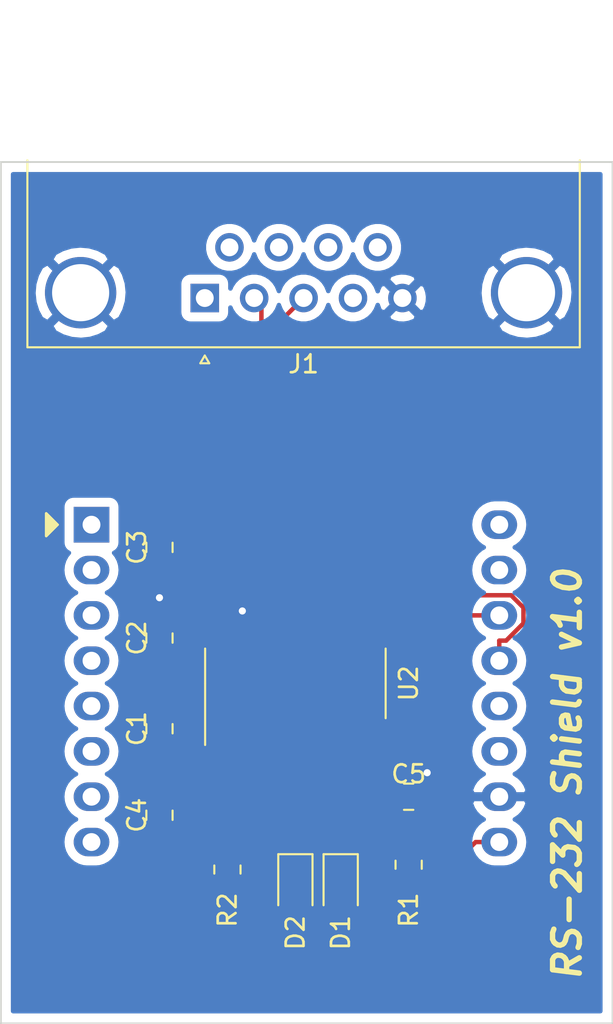
<source format=kicad_pcb>
(kicad_pcb (version 20171130) (host pcbnew "(5.1.9)-1")

  (general
    (thickness 1.6)
    (drawings 5)
    (tracks 75)
    (zones 0)
    (modules 12)
    (nets 37)
  )

  (page A4)
  (layers
    (0 F.Cu signal)
    (31 B.Cu signal)
    (32 B.Adhes user)
    (33 F.Adhes user)
    (34 B.Paste user)
    (35 F.Paste user)
    (36 B.SilkS user)
    (37 F.SilkS user)
    (38 B.Mask user)
    (39 F.Mask user)
    (40 Dwgs.User user)
    (41 Cmts.User user)
    (42 Eco1.User user)
    (43 Eco2.User user)
    (44 Edge.Cuts user)
    (45 Margin user)
    (46 B.CrtYd user)
    (47 F.CrtYd user)
    (48 B.Fab user)
    (49 F.Fab user)
  )

  (setup
    (last_trace_width 0.25)
    (trace_clearance 0.2)
    (zone_clearance 0.508)
    (zone_45_only no)
    (trace_min 0.2)
    (via_size 0.8)
    (via_drill 0.4)
    (via_min_size 0.4)
    (via_min_drill 0.3)
    (uvia_size 0.3)
    (uvia_drill 0.1)
    (uvias_allowed no)
    (uvia_min_size 0.2)
    (uvia_min_drill 0.1)
    (edge_width 0.05)
    (segment_width 0.2)
    (pcb_text_width 0.3)
    (pcb_text_size 1.5 1.5)
    (mod_edge_width 0.12)
    (mod_text_size 1 1)
    (mod_text_width 0.15)
    (pad_size 1.524 1.524)
    (pad_drill 0.762)
    (pad_to_mask_clearance 0)
    (aux_axis_origin 0 0)
    (visible_elements 7FFFFFFF)
    (pcbplotparams
      (layerselection 0x010fc_ffffffff)
      (usegerberextensions false)
      (usegerberattributes true)
      (usegerberadvancedattributes true)
      (creategerberjobfile true)
      (excludeedgelayer true)
      (linewidth 0.100000)
      (plotframeref false)
      (viasonmask false)
      (mode 1)
      (useauxorigin false)
      (hpglpennumber 1)
      (hpglpenspeed 20)
      (hpglpendiameter 15.000000)
      (psnegative false)
      (psa4output false)
      (plotreference true)
      (plotvalue true)
      (plotinvisibletext false)
      (padsonsilk false)
      (subtractmaskfromsilk false)
      (outputformat 1)
      (mirror false)
      (drillshape 1)
      (scaleselection 1)
      (outputdirectory ""))
  )

  (net 0 "")
  (net 1 "Net-(C1-Pad2)")
  (net 2 "Net-(C1-Pad1)")
  (net 3 VCC)
  (net 4 GND)
  (net 5 "Net-(C3-Pad2)")
  (net 6 "Net-(C4-Pad2)")
  (net 7 "Net-(C4-Pad1)")
  (net 8 "Net-(C5-Pad2)")
  (net 9 "Net-(D1-Pad2)")
  (net 10 /TX)
  (net 11 "Net-(D2-Pad2)")
  (net 12 /RX)
  (net 13 "Net-(J1-Pad9)")
  (net 14 "Net-(J1-Pad8)")
  (net 15 "Net-(J1-Pad7)")
  (net 16 "Net-(J1-Pad6)")
  (net 17 "Net-(J1-Pad4)")
  (net 18 /RxD)
  (net 19 /TxD)
  (net 20 "Net-(J1-Pad1)")
  (net 21 "Net-(U1-Pad16)")
  (net 22 "Net-(U1-Pad15)")
  (net 23 "Net-(U1-Pad12)")
  (net 24 "Net-(U1-Pad11)")
  (net 25 "Net-(U1-Pad8)")
  (net 26 "Net-(U1-Pad7)")
  (net 27 "Net-(U1-Pad6)")
  (net 28 "Net-(U1-Pad5)")
  (net 29 "Net-(U1-Pad4)")
  (net 30 "Net-(U1-Pad3)")
  (net 31 "Net-(U1-Pad1)")
  (net 32 "Net-(U1-Pad2)")
  (net 33 "Net-(U2-Pad10)")
  (net 34 "Net-(U2-Pad9)")
  (net 35 "Net-(U2-Pad8)")
  (net 36 "Net-(U2-Pad7)")

  (net_class Default "This is the default net class."
    (clearance 0.2)
    (trace_width 0.25)
    (via_dia 0.8)
    (via_drill 0.4)
    (uvia_dia 0.3)
    (uvia_drill 0.1)
    (add_net /RX)
    (add_net /RxD)
    (add_net /TX)
    (add_net /TxD)
    (add_net GND)
    (add_net "Net-(C1-Pad1)")
    (add_net "Net-(C1-Pad2)")
    (add_net "Net-(C3-Pad2)")
    (add_net "Net-(C4-Pad1)")
    (add_net "Net-(C4-Pad2)")
    (add_net "Net-(C5-Pad2)")
    (add_net "Net-(D1-Pad2)")
    (add_net "Net-(D2-Pad2)")
    (add_net "Net-(J1-Pad1)")
    (add_net "Net-(J1-Pad4)")
    (add_net "Net-(J1-Pad6)")
    (add_net "Net-(J1-Pad7)")
    (add_net "Net-(J1-Pad8)")
    (add_net "Net-(J1-Pad9)")
    (add_net "Net-(U1-Pad1)")
    (add_net "Net-(U1-Pad11)")
    (add_net "Net-(U1-Pad12)")
    (add_net "Net-(U1-Pad15)")
    (add_net "Net-(U1-Pad16)")
    (add_net "Net-(U1-Pad2)")
    (add_net "Net-(U1-Pad3)")
    (add_net "Net-(U1-Pad4)")
    (add_net "Net-(U1-Pad5)")
    (add_net "Net-(U1-Pad6)")
    (add_net "Net-(U1-Pad7)")
    (add_net "Net-(U1-Pad8)")
    (add_net "Net-(U2-Pad10)")
    (add_net "Net-(U2-Pad7)")
    (add_net "Net-(U2-Pad8)")
    (add_net "Net-(U2-Pad9)")
    (add_net VCC)
  )

  (module RS232-shield:WEMOS_D1_mini_light (layer F.Cu) (tedit 60E46104) (tstamp 60CFA1E3)
    (at 151.13 77.47)
    (descr "16-pin module, column spacing 22.86 mm (900 mils), https://wiki.wemos.cc/products:d1:d1_mini, https://c1.staticflickr.com/1/734/31400410271_f278b087db_z.jpg")
    (tags "ESP8266 WiFi microcontroller")
    (path /60CF9E07)
    (attr virtual)
    (fp_text reference U1 (at 22 27) (layer F.SilkS) hide
      (effects (font (size 1 1) (thickness 0.15)))
    )
    (fp_text value WeMos_D1_mini (at 11.7 0) (layer F.Fab)
      (effects (font (size 1 1) (thickness 0.15)))
    )
    (fp_line (start -0.37 0) (end -1.37 -1) (layer F.Fab) (width 0.1))
    (fp_line (start -1.37 1) (end -0.37 0) (layer F.Fab) (width 0.1))
    (fp_line (start -1.37 -6.21) (end -1.37 -1) (layer F.Fab) (width 0.1))
    (fp_line (start 1.17 19.09) (end 1.17 25.99) (layer F.Fab) (width 0.1))
    (fp_line (start -1.37 19.09) (end 1.17 19.09) (layer F.Fab) (width 0.1))
    (fp_line (start -1.35 -8.2) (end -1.35 -1.4) (layer Dwgs.User) (width 0.1))
    (fp_line (start 24.25 -8.2) (end -1.35 -8.2) (layer Dwgs.User) (width 0.1))
    (fp_line (start 24.25 -1.4) (end 24.25 -8.2) (layer Dwgs.User) (width 0.1))
    (fp_poly (pts (xy -2.54 -0.635) (xy -2.54 0.635) (xy -1.905 0)) (layer F.SilkS) (width 0.15))
    (fp_line (start -1.62 26.24) (end -1.62 -8.46) (layer F.CrtYd) (width 0.05))
    (fp_line (start 24.48 26.24) (end -1.62 26.24) (layer F.CrtYd) (width 0.05))
    (fp_line (start 24.48 -8.41) (end 24.48 26.24) (layer F.CrtYd) (width 0.05))
    (fp_line (start -1.62 -8.46) (end 24.48 -8.46) (layer F.CrtYd) (width 0.05))
    (fp_line (start -1.37 1) (end -1.37 19.09) (layer F.Fab) (width 0.1))
    (fp_line (start 22.23 -8.21) (end 0.63 -8.21) (layer F.Fab) (width 0.1))
    (fp_line (start 24.23 25.99) (end 24.23 -6.21) (layer F.Fab) (width 0.1))
    (fp_line (start 1.17 25.99) (end 24.23 25.99) (layer F.Fab) (width 0.1))
    (fp_arc (start 22.23 -6.21) (end 24.23 -6.19) (angle -90) (layer F.Fab) (width 0.1))
    (fp_arc (start 0.63 -6.21) (end 0.63 -8.21) (angle -90) (layer F.Fab) (width 0.1))
    (fp_text user %R (at 11.43 10) (layer F.Fab)
      (effects (font (size 1 1) (thickness 0.15)))
    )
    (pad 16 thru_hole oval (at 22.86 0) (size 2 1.6) (drill 1) (layers *.Cu *.Mask)
      (net 21 "Net-(U1-Pad16)"))
    (pad 15 thru_hole oval (at 22.86 2.54) (size 2 1.6) (drill 1) (layers *.Cu *.Mask)
      (net 22 "Net-(U1-Pad15)"))
    (pad 14 thru_hole oval (at 22.86 5.08) (size 2 1.6) (drill 1) (layers *.Cu *.Mask)
      (net 10 /TX))
    (pad 13 thru_hole oval (at 22.86 7.62) (size 2 1.6) (drill 1) (layers *.Cu *.Mask)
      (net 12 /RX))
    (pad 12 thru_hole oval (at 22.86 10.16) (size 2 1.6) (drill 1) (layers *.Cu *.Mask)
      (net 23 "Net-(U1-Pad12)"))
    (pad 11 thru_hole oval (at 22.86 12.7) (size 2 1.6) (drill 1) (layers *.Cu *.Mask)
      (net 24 "Net-(U1-Pad11)"))
    (pad 10 thru_hole oval (at 22.86 15.24) (size 2 1.6) (drill 1) (layers *.Cu *.Mask)
      (net 4 GND))
    (pad 9 thru_hole oval (at 22.86 17.78) (size 2 1.6) (drill 1) (layers *.Cu *.Mask)
      (net 3 VCC))
    (pad 8 thru_hole oval (at 0 17.78) (size 2 1.6) (drill 1) (layers *.Cu *.Mask)
      (net 25 "Net-(U1-Pad8)"))
    (pad 7 thru_hole oval (at 0 15.24) (size 2 1.6) (drill 1) (layers *.Cu *.Mask)
      (net 26 "Net-(U1-Pad7)"))
    (pad 6 thru_hole oval (at 0 12.7) (size 2 1.6) (drill 1) (layers *.Cu *.Mask)
      (net 27 "Net-(U1-Pad6)"))
    (pad 5 thru_hole oval (at 0 10.16) (size 2 1.6) (drill 1) (layers *.Cu *.Mask)
      (net 28 "Net-(U1-Pad5)"))
    (pad 4 thru_hole oval (at 0 7.62) (size 2 1.6) (drill 1) (layers *.Cu *.Mask)
      (net 29 "Net-(U1-Pad4)"))
    (pad 3 thru_hole oval (at 0 5.08) (size 2 1.6) (drill 1) (layers *.Cu *.Mask)
      (net 30 "Net-(U1-Pad3)"))
    (pad 1 thru_hole rect (at 0 0) (size 2 2) (drill 1) (layers *.Cu *.Mask)
      (net 31 "Net-(U1-Pad1)"))
    (pad 2 thru_hole oval (at 0 2.54) (size 2 1.6) (drill 1) (layers *.Cu *.Mask)
      (net 32 "Net-(U1-Pad2)"))
    (model ${KISYS3DMOD}/Module.3dshapes/WEMOS_D1_mini_light.wrl
      (at (xyz 0 0 0))
      (scale (xyz 1 1 1))
      (rotate (xyz 0 0 0))
    )
    (model ${KISYS3DMOD}/Connector_PinHeader_2.54mm.3dshapes/PinHeader_1x08_P2.54mm_Vertical.wrl
      (offset (xyz 0 0 9.5))
      (scale (xyz 1 1 1))
      (rotate (xyz 0 -180 0))
    )
    (model ${KISYS3DMOD}/Connector_PinHeader_2.54mm.3dshapes/PinHeader_1x08_P2.54mm_Vertical.wrl
      (offset (xyz 22.86 0 9.5))
      (scale (xyz 1 1 1))
      (rotate (xyz 0 -180 0))
    )
    (model ${KISYS3DMOD}/Connector_PinSocket_2.54mm.3dshapes/PinSocket_1x08_P2.54mm_Vertical.wrl
      (at (xyz 0 0 0))
      (scale (xyz 1 1 1))
      (rotate (xyz 0 0 0))
    )
    (model ${KISYS3DMOD}/Connector_PinSocket_2.54mm.3dshapes/PinSocket_1x08_P2.54mm_Vertical.wrl
      (offset (xyz 22.86 0 0))
      (scale (xyz 1 1 1))
      (rotate (xyz 0 0 0))
    )
  )

  (module Package_SO:SOIC-16_3.9x9.9mm_P1.27mm (layer F.Cu) (tedit 5D9F72B1) (tstamp 60CE546C)
    (at 162.56 86.36 90)
    (descr "SOIC, 16 Pin (JEDEC MS-012AC, https://www.analog.com/media/en/package-pcb-resources/package/pkg_pdf/soic_narrow-r/r_16.pdf), generated with kicad-footprint-generator ipc_gullwing_generator.py")
    (tags "SOIC SO")
    (path /60CEEE44)
    (attr smd)
    (fp_text reference U2 (at 0 6.35 90) (layer F.SilkS)
      (effects (font (size 1 1) (thickness 0.15)))
    )
    (fp_text value MAX3232 (at 0 6.35 90) (layer F.Fab)
      (effects (font (size 1 1) (thickness 0.15)))
    )
    (fp_line (start 0 5.06) (end 1.95 5.06) (layer F.SilkS) (width 0.12))
    (fp_line (start 0 5.06) (end -1.95 5.06) (layer F.SilkS) (width 0.12))
    (fp_line (start 0 -5.06) (end 1.95 -5.06) (layer F.SilkS) (width 0.12))
    (fp_line (start 0 -5.06) (end -3.45 -5.06) (layer F.SilkS) (width 0.12))
    (fp_line (start -0.975 -4.95) (end 1.95 -4.95) (layer F.Fab) (width 0.1))
    (fp_line (start 1.95 -4.95) (end 1.95 4.95) (layer F.Fab) (width 0.1))
    (fp_line (start 1.95 4.95) (end -1.95 4.95) (layer F.Fab) (width 0.1))
    (fp_line (start -1.95 4.95) (end -1.95 -3.975) (layer F.Fab) (width 0.1))
    (fp_line (start -1.95 -3.975) (end -0.975 -4.95) (layer F.Fab) (width 0.1))
    (fp_line (start -3.7 -5.2) (end -3.7 5.2) (layer F.CrtYd) (width 0.05))
    (fp_line (start -3.7 5.2) (end 3.7 5.2) (layer F.CrtYd) (width 0.05))
    (fp_line (start 3.7 5.2) (end 3.7 -5.2) (layer F.CrtYd) (width 0.05))
    (fp_line (start 3.7 -5.2) (end -3.7 -5.2) (layer F.CrtYd) (width 0.05))
    (fp_text user %R (at 0 0 90) (layer F.Fab)
      (effects (font (size 0.98 0.98) (thickness 0.15)))
    )
    (pad 16 smd roundrect (at 2.475 -4.445 90) (size 1.95 0.6) (layers F.Cu F.Paste F.Mask) (roundrect_rratio 0.25)
      (net 3 VCC))
    (pad 15 smd roundrect (at 2.475 -3.175 90) (size 1.95 0.6) (layers F.Cu F.Paste F.Mask) (roundrect_rratio 0.25)
      (net 4 GND))
    (pad 14 smd roundrect (at 2.475 -1.905 90) (size 1.95 0.6) (layers F.Cu F.Paste F.Mask) (roundrect_rratio 0.25)
      (net 19 /TxD))
    (pad 13 smd roundrect (at 2.475 -0.635 90) (size 1.95 0.6) (layers F.Cu F.Paste F.Mask) (roundrect_rratio 0.25)
      (net 18 /RxD))
    (pad 12 smd roundrect (at 2.475 0.635 90) (size 1.95 0.6) (layers F.Cu F.Paste F.Mask) (roundrect_rratio 0.25)
      (net 12 /RX))
    (pad 11 smd roundrect (at 2.475 1.905 90) (size 1.95 0.6) (layers F.Cu F.Paste F.Mask) (roundrect_rratio 0.25)
      (net 10 /TX))
    (pad 10 smd roundrect (at 2.475 3.175 90) (size 1.95 0.6) (layers F.Cu F.Paste F.Mask) (roundrect_rratio 0.25)
      (net 33 "Net-(U2-Pad10)"))
    (pad 9 smd roundrect (at 2.475 4.445 90) (size 1.95 0.6) (layers F.Cu F.Paste F.Mask) (roundrect_rratio 0.25)
      (net 34 "Net-(U2-Pad9)"))
    (pad 8 smd roundrect (at -2.475 4.445 90) (size 1.95 0.6) (layers F.Cu F.Paste F.Mask) (roundrect_rratio 0.25)
      (net 35 "Net-(U2-Pad8)"))
    (pad 7 smd roundrect (at -2.475 3.175 90) (size 1.95 0.6) (layers F.Cu F.Paste F.Mask) (roundrect_rratio 0.25)
      (net 36 "Net-(U2-Pad7)"))
    (pad 6 smd roundrect (at -2.475 1.905 90) (size 1.95 0.6) (layers F.Cu F.Paste F.Mask) (roundrect_rratio 0.25)
      (net 8 "Net-(C5-Pad2)"))
    (pad 5 smd roundrect (at -2.475 0.635 90) (size 1.95 0.6) (layers F.Cu F.Paste F.Mask) (roundrect_rratio 0.25)
      (net 6 "Net-(C4-Pad2)"))
    (pad 4 smd roundrect (at -2.475 -0.635 90) (size 1.95 0.6) (layers F.Cu F.Paste F.Mask) (roundrect_rratio 0.25)
      (net 7 "Net-(C4-Pad1)"))
    (pad 3 smd roundrect (at -2.475 -1.905 90) (size 1.95 0.6) (layers F.Cu F.Paste F.Mask) (roundrect_rratio 0.25)
      (net 2 "Net-(C1-Pad1)"))
    (pad 2 smd roundrect (at -2.475 -3.175 90) (size 1.95 0.6) (layers F.Cu F.Paste F.Mask) (roundrect_rratio 0.25)
      (net 5 "Net-(C3-Pad2)"))
    (pad 1 smd roundrect (at -2.475 -4.445 90) (size 1.95 0.6) (layers F.Cu F.Paste F.Mask) (roundrect_rratio 0.25)
      (net 1 "Net-(C1-Pad2)"))
    (model ${KISYS3DMOD}/Package_SO.3dshapes/SOIC-16_3.9x9.9mm_P1.27mm.wrl
      (at (xyz 0 0 0))
      (scale (xyz 1 1 1))
      (rotate (xyz 0 0 0))
    )
  )

  (module Resistor_SMD:R_0805_2012Metric_Pad1.20x1.40mm_HandSolder (layer F.Cu) (tedit 5F68FEEE) (tstamp 60CE5407)
    (at 158.75 96.79 90)
    (descr "Resistor SMD 0805 (2012 Metric), square (rectangular) end terminal, IPC_7351 nominal with elongated pad for handsoldering. (Body size source: IPC-SM-782 page 72, https://www.pcb-3d.com/wordpress/wp-content/uploads/ipc-sm-782a_amendment_1_and_2.pdf), generated with kicad-footprint-generator")
    (tags "resistor handsolder")
    (path /60CF3189)
    (attr smd)
    (fp_text reference R2 (at -2.27 0 90) (layer F.SilkS)
      (effects (font (size 1 1) (thickness 0.15)))
    )
    (fp_text value 1k (at 0 1.65 90) (layer F.Fab)
      (effects (font (size 1 1) (thickness 0.15)))
    )
    (fp_line (start -1 0.625) (end -1 -0.625) (layer F.Fab) (width 0.1))
    (fp_line (start -1 -0.625) (end 1 -0.625) (layer F.Fab) (width 0.1))
    (fp_line (start 1 -0.625) (end 1 0.625) (layer F.Fab) (width 0.1))
    (fp_line (start 1 0.625) (end -1 0.625) (layer F.Fab) (width 0.1))
    (fp_line (start -0.227064 -0.735) (end 0.227064 -0.735) (layer F.SilkS) (width 0.12))
    (fp_line (start -0.227064 0.735) (end 0.227064 0.735) (layer F.SilkS) (width 0.12))
    (fp_line (start -1.85 0.95) (end -1.85 -0.95) (layer F.CrtYd) (width 0.05))
    (fp_line (start -1.85 -0.95) (end 1.85 -0.95) (layer F.CrtYd) (width 0.05))
    (fp_line (start 1.85 -0.95) (end 1.85 0.95) (layer F.CrtYd) (width 0.05))
    (fp_line (start 1.85 0.95) (end -1.85 0.95) (layer F.CrtYd) (width 0.05))
    (fp_text user %R (at 0 0 90) (layer F.Fab)
      (effects (font (size 0.5 0.5) (thickness 0.08)))
    )
    (pad 2 smd roundrect (at 1 0 90) (size 1.2 1.4) (layers F.Cu F.Paste F.Mask) (roundrect_rratio 0.208333)
      (net 3 VCC))
    (pad 1 smd roundrect (at -1 0 90) (size 1.2 1.4) (layers F.Cu F.Paste F.Mask) (roundrect_rratio 0.208333)
      (net 11 "Net-(D2-Pad2)"))
    (model ${KISYS3DMOD}/Resistor_SMD.3dshapes/R_0805_2012Metric.wrl
      (at (xyz 0 0 0))
      (scale (xyz 1 1 1))
      (rotate (xyz 0 0 0))
    )
  )

  (module Resistor_SMD:R_0805_2012Metric_Pad1.20x1.40mm_HandSolder (layer F.Cu) (tedit 5F68FEEE) (tstamp 60CE63F1)
    (at 168.91 96.52 90)
    (descr "Resistor SMD 0805 (2012 Metric), square (rectangular) end terminal, IPC_7351 nominal with elongated pad for handsoldering. (Body size source: IPC-SM-782 page 72, https://www.pcb-3d.com/wordpress/wp-content/uploads/ipc-sm-782a_amendment_1_and_2.pdf), generated with kicad-footprint-generator")
    (tags "resistor handsolder")
    (path /60CFDDA9)
    (attr smd)
    (fp_text reference R1 (at -2.54 0 90) (layer F.SilkS)
      (effects (font (size 1 1) (thickness 0.15)))
    )
    (fp_text value 1k (at 0 1.65 90) (layer F.Fab)
      (effects (font (size 1 1) (thickness 0.15)))
    )
    (fp_line (start -1 0.625) (end -1 -0.625) (layer F.Fab) (width 0.1))
    (fp_line (start -1 -0.625) (end 1 -0.625) (layer F.Fab) (width 0.1))
    (fp_line (start 1 -0.625) (end 1 0.625) (layer F.Fab) (width 0.1))
    (fp_line (start 1 0.625) (end -1 0.625) (layer F.Fab) (width 0.1))
    (fp_line (start -0.227064 -0.735) (end 0.227064 -0.735) (layer F.SilkS) (width 0.12))
    (fp_line (start -0.227064 0.735) (end 0.227064 0.735) (layer F.SilkS) (width 0.12))
    (fp_line (start -1.85 0.95) (end -1.85 -0.95) (layer F.CrtYd) (width 0.05))
    (fp_line (start -1.85 -0.95) (end 1.85 -0.95) (layer F.CrtYd) (width 0.05))
    (fp_line (start 1.85 -0.95) (end 1.85 0.95) (layer F.CrtYd) (width 0.05))
    (fp_line (start 1.85 0.95) (end -1.85 0.95) (layer F.CrtYd) (width 0.05))
    (fp_text user %R (at 0 0 90) (layer F.Fab)
      (effects (font (size 0.5 0.5) (thickness 0.08)))
    )
    (pad 2 smd roundrect (at 1 0 90) (size 1.2 1.4) (layers F.Cu F.Paste F.Mask) (roundrect_rratio 0.208333)
      (net 3 VCC))
    (pad 1 smd roundrect (at -1 0 90) (size 1.2 1.4) (layers F.Cu F.Paste F.Mask) (roundrect_rratio 0.208333)
      (net 9 "Net-(D1-Pad2)"))
    (model ${KISYS3DMOD}/Resistor_SMD.3dshapes/R_0805_2012Metric.wrl
      (at (xyz 0 0 0))
      (scale (xyz 1 1 1))
      (rotate (xyz 0 0 0))
    )
  )

  (module Connector_Dsub:DSUB-9_Female_Horizontal_P2.77x2.84mm_EdgePinOffset4.94mm_Housed_MountingHolesOffset7.48mm (layer F.Cu) (tedit 59FEDEE2) (tstamp 60CE53E5)
    (at 157.48 64.77 180)
    (descr "9-pin D-Sub connector, horizontal/angled (90 deg), THT-mount, female, pitch 2.77x2.84mm, pin-PCB-offset 4.9399999999999995mm, distance of mounting holes 25mm, distance of mounting holes to PCB edge 7.4799999999999995mm, see https://disti-assets.s3.amazonaws.com/tonar/files/datasheets/16730.pdf")
    (tags "9-pin D-Sub connector horizontal angled 90deg THT female pitch 2.77x2.84mm pin-PCB-offset 4.9399999999999995mm mounting-holes-distance 25mm mounting-hole-offset 25mm")
    (path /60CF7E2E)
    (fp_text reference J1 (at -5.54 -3.7) (layer F.SilkS)
      (effects (font (size 1 1) (thickness 0.15)))
    )
    (fp_text value DB9_Female_MountingHoles (at -5.54 15.85) (layer F.Fab)
      (effects (font (size 1 1) (thickness 0.15)))
    )
    (fp_line (start -20.965 -2.7) (end -20.965 7.78) (layer F.Fab) (width 0.1))
    (fp_line (start -20.965 7.78) (end 9.885 7.78) (layer F.Fab) (width 0.1))
    (fp_line (start 9.885 7.78) (end 9.885 -2.7) (layer F.Fab) (width 0.1))
    (fp_line (start 9.885 -2.7) (end -20.965 -2.7) (layer F.Fab) (width 0.1))
    (fp_line (start -20.965 7.78) (end -20.965 8.18) (layer F.Fab) (width 0.1))
    (fp_line (start -20.965 8.18) (end 9.885 8.18) (layer F.Fab) (width 0.1))
    (fp_line (start 9.885 8.18) (end 9.885 7.78) (layer F.Fab) (width 0.1))
    (fp_line (start 9.885 7.78) (end -20.965 7.78) (layer F.Fab) (width 0.1))
    (fp_line (start -13.69 8.18) (end -13.69 14.35) (layer F.Fab) (width 0.1))
    (fp_line (start -13.69 14.35) (end 2.61 14.35) (layer F.Fab) (width 0.1))
    (fp_line (start 2.61 14.35) (end 2.61 8.18) (layer F.Fab) (width 0.1))
    (fp_line (start 2.61 8.18) (end -13.69 8.18) (layer F.Fab) (width 0.1))
    (fp_line (start -20.54 8.18) (end -20.54 13.18) (layer F.Fab) (width 0.1))
    (fp_line (start -20.54 13.18) (end -15.54 13.18) (layer F.Fab) (width 0.1))
    (fp_line (start -15.54 13.18) (end -15.54 8.18) (layer F.Fab) (width 0.1))
    (fp_line (start -15.54 8.18) (end -20.54 8.18) (layer F.Fab) (width 0.1))
    (fp_line (start 4.46 8.18) (end 4.46 13.18) (layer F.Fab) (width 0.1))
    (fp_line (start 4.46 13.18) (end 9.46 13.18) (layer F.Fab) (width 0.1))
    (fp_line (start 9.46 13.18) (end 9.46 8.18) (layer F.Fab) (width 0.1))
    (fp_line (start 9.46 8.18) (end 4.46 8.18) (layer F.Fab) (width 0.1))
    (fp_line (start -19.64 7.78) (end -19.64 0.3) (layer F.Fab) (width 0.1))
    (fp_line (start -16.44 7.78) (end -16.44 0.3) (layer F.Fab) (width 0.1))
    (fp_line (start 5.36 7.78) (end 5.36 0.3) (layer F.Fab) (width 0.1))
    (fp_line (start 8.56 7.78) (end 8.56 0.3) (layer F.Fab) (width 0.1))
    (fp_line (start -21.025 7.72) (end -21.025 -2.76) (layer F.SilkS) (width 0.12))
    (fp_line (start -21.025 -2.76) (end 9.945 -2.76) (layer F.SilkS) (width 0.12))
    (fp_line (start 9.945 -2.76) (end 9.945 7.72) (layer F.SilkS) (width 0.12))
    (fp_line (start -0.25 -3.654338) (end 0.25 -3.654338) (layer F.SilkS) (width 0.12))
    (fp_line (start 0.25 -3.654338) (end 0 -3.221325) (layer F.SilkS) (width 0.12))
    (fp_line (start 0 -3.221325) (end -0.25 -3.654338) (layer F.SilkS) (width 0.12))
    (fp_line (start -21.5 -3.25) (end -21.5 14.85) (layer F.CrtYd) (width 0.05))
    (fp_line (start -21.5 14.85) (end 10.4 14.85) (layer F.CrtYd) (width 0.05))
    (fp_line (start 10.4 14.85) (end 10.4 -3.25) (layer F.CrtYd) (width 0.05))
    (fp_line (start 10.4 -3.25) (end -21.5 -3.25) (layer F.CrtYd) (width 0.05))
    (fp_text user %R (at -5.54 11.265) (layer F.Fab)
      (effects (font (size 1 1) (thickness 0.15)))
    )
    (fp_arc (start 6.96 0.3) (end 5.36 0.3) (angle 180) (layer F.Fab) (width 0.1))
    (fp_arc (start -18.04 0.3) (end -19.64 0.3) (angle 180) (layer F.Fab) (width 0.1))
    (pad 0 thru_hole circle (at 6.96 0.3 180) (size 4 4) (drill 3.2) (layers *.Cu *.Mask)
      (net 4 GND))
    (pad 0 thru_hole circle (at -18.04 0.3 180) (size 4 4) (drill 3.2) (layers *.Cu *.Mask)
      (net 4 GND))
    (pad 9 thru_hole circle (at -9.695 2.84 180) (size 1.6 1.6) (drill 1) (layers *.Cu *.Mask)
      (net 13 "Net-(J1-Pad9)"))
    (pad 8 thru_hole circle (at -6.925 2.84 180) (size 1.6 1.6) (drill 1) (layers *.Cu *.Mask)
      (net 14 "Net-(J1-Pad8)"))
    (pad 7 thru_hole circle (at -4.155 2.84 180) (size 1.6 1.6) (drill 1) (layers *.Cu *.Mask)
      (net 15 "Net-(J1-Pad7)"))
    (pad 6 thru_hole circle (at -1.385 2.84 180) (size 1.6 1.6) (drill 1) (layers *.Cu *.Mask)
      (net 16 "Net-(J1-Pad6)"))
    (pad 5 thru_hole circle (at -11.08 0 180) (size 1.6 1.6) (drill 1) (layers *.Cu *.Mask)
      (net 4 GND))
    (pad 4 thru_hole circle (at -8.31 0 180) (size 1.6 1.6) (drill 1) (layers *.Cu *.Mask)
      (net 17 "Net-(J1-Pad4)"))
    (pad 3 thru_hole circle (at -5.54 0 180) (size 1.6 1.6) (drill 1) (layers *.Cu *.Mask)
      (net 18 /RxD))
    (pad 2 thru_hole circle (at -2.77 0 180) (size 1.6 1.6) (drill 1) (layers *.Cu *.Mask)
      (net 19 /TxD))
    (pad 1 thru_hole rect (at 0 0 180) (size 1.6 1.6) (drill 1) (layers *.Cu *.Mask)
      (net 20 "Net-(J1-Pad1)"))
    (model ${KISYS3DMOD}/Connector_Dsub.3dshapes/DSUB-9_Female_Horizontal_P2.77x2.84mm_EdgePinOffset4.94mm_Housed_MountingHolesOffset7.48mm.wrl
      (at (xyz 0 0 0))
      (scale (xyz 1 1 1))
      (rotate (xyz 0 0 0))
    )
  )

  (module LED_SMD:LED_0805_2012Metric_Pad1.15x1.40mm_HandSolder (layer F.Cu) (tedit 5F68FEF1) (tstamp 60CF9E85)
    (at 162.56 97.79 270)
    (descr "LED SMD 0805 (2012 Metric), square (rectangular) end terminal, IPC_7351 nominal, (Body size source: https://docs.google.com/spreadsheets/d/1BsfQQcO9C6DZCsRaXUlFlo91Tg2WpOkGARC1WS5S8t0/edit?usp=sharing), generated with kicad-footprint-generator")
    (tags "LED handsolder")
    (path /60CFB3A6)
    (attr smd)
    (fp_text reference D2 (at 2.54 0 90) (layer F.SilkS)
      (effects (font (size 1 1) (thickness 0.15)))
    )
    (fp_text value LED (at 3.81 0 90) (layer F.Fab)
      (effects (font (size 1 1) (thickness 0.15)))
    )
    (fp_line (start 1 -0.6) (end -0.7 -0.6) (layer F.Fab) (width 0.1))
    (fp_line (start -0.7 -0.6) (end -1 -0.3) (layer F.Fab) (width 0.1))
    (fp_line (start -1 -0.3) (end -1 0.6) (layer F.Fab) (width 0.1))
    (fp_line (start -1 0.6) (end 1 0.6) (layer F.Fab) (width 0.1))
    (fp_line (start 1 0.6) (end 1 -0.6) (layer F.Fab) (width 0.1))
    (fp_line (start 1 -0.96) (end -1.86 -0.96) (layer F.SilkS) (width 0.12))
    (fp_line (start -1.86 -0.96) (end -1.86 0.96) (layer F.SilkS) (width 0.12))
    (fp_line (start -1.86 0.96) (end 1 0.96) (layer F.SilkS) (width 0.12))
    (fp_line (start -1.85 0.95) (end -1.85 -0.95) (layer F.CrtYd) (width 0.05))
    (fp_line (start -1.85 -0.95) (end 1.85 -0.95) (layer F.CrtYd) (width 0.05))
    (fp_line (start 1.85 -0.95) (end 1.85 0.95) (layer F.CrtYd) (width 0.05))
    (fp_line (start 1.85 0.95) (end -1.85 0.95) (layer F.CrtYd) (width 0.05))
    (fp_text user %R (at 0 0 90) (layer F.Fab)
      (effects (font (size 0.5 0.5) (thickness 0.08)))
    )
    (pad 2 smd roundrect (at 1.025 0 270) (size 1.15 1.4) (layers F.Cu F.Paste F.Mask) (roundrect_rratio 0.217391)
      (net 11 "Net-(D2-Pad2)"))
    (pad 1 smd roundrect (at -1.025 0 270) (size 1.15 1.4) (layers F.Cu F.Paste F.Mask) (roundrect_rratio 0.217391)
      (net 12 /RX))
    (model ${KISYS3DMOD}/LED_SMD.3dshapes/LED_0805_2012Metric.wrl
      (at (xyz 0 0 0))
      (scale (xyz 1 1 1))
      (rotate (xyz 0 0 0))
    )
  )

  (module LED_SMD:LED_0805_2012Metric_Pad1.15x1.40mm_HandSolder (layer F.Cu) (tedit 5F68FEF1) (tstamp 60CE539E)
    (at 165.1 97.79 270)
    (descr "LED SMD 0805 (2012 Metric), square (rectangular) end terminal, IPC_7351 nominal, (Body size source: https://docs.google.com/spreadsheets/d/1BsfQQcO9C6DZCsRaXUlFlo91Tg2WpOkGARC1WS5S8t0/edit?usp=sharing), generated with kicad-footprint-generator")
    (tags "LED handsolder")
    (path /60CF29A3)
    (attr smd)
    (fp_text reference D1 (at 2.54 0 90) (layer F.SilkS)
      (effects (font (size 1 1) (thickness 0.15)))
    )
    (fp_text value LED (at 3.81 0 90) (layer F.Fab)
      (effects (font (size 1 1) (thickness 0.15)))
    )
    (fp_line (start 1 -0.6) (end -0.7 -0.6) (layer F.Fab) (width 0.1))
    (fp_line (start -0.7 -0.6) (end -1 -0.3) (layer F.Fab) (width 0.1))
    (fp_line (start -1 -0.3) (end -1 0.6) (layer F.Fab) (width 0.1))
    (fp_line (start -1 0.6) (end 1 0.6) (layer F.Fab) (width 0.1))
    (fp_line (start 1 0.6) (end 1 -0.6) (layer F.Fab) (width 0.1))
    (fp_line (start 1 -0.96) (end -1.86 -0.96) (layer F.SilkS) (width 0.12))
    (fp_line (start -1.86 -0.96) (end -1.86 0.96) (layer F.SilkS) (width 0.12))
    (fp_line (start -1.86 0.96) (end 1 0.96) (layer F.SilkS) (width 0.12))
    (fp_line (start -1.85 0.95) (end -1.85 -0.95) (layer F.CrtYd) (width 0.05))
    (fp_line (start -1.85 -0.95) (end 1.85 -0.95) (layer F.CrtYd) (width 0.05))
    (fp_line (start 1.85 -0.95) (end 1.85 0.95) (layer F.CrtYd) (width 0.05))
    (fp_line (start 1.85 0.95) (end -1.85 0.95) (layer F.CrtYd) (width 0.05))
    (fp_text user %R (at 0 0 90) (layer F.Fab)
      (effects (font (size 0.5 0.5) (thickness 0.08)))
    )
    (pad 2 smd roundrect (at 1.025 0 270) (size 1.15 1.4) (layers F.Cu F.Paste F.Mask) (roundrect_rratio 0.217391)
      (net 9 "Net-(D1-Pad2)"))
    (pad 1 smd roundrect (at -1.025 0 270) (size 1.15 1.4) (layers F.Cu F.Paste F.Mask) (roundrect_rratio 0.217391)
      (net 10 /TX))
    (model ${KISYS3DMOD}/LED_SMD.3dshapes/LED_0805_2012Metric.wrl
      (at (xyz 0 0 0))
      (scale (xyz 1 1 1))
      (rotate (xyz 0 0 0))
    )
  )

  (module Capacitor_SMD:C_0805_2012Metric_Pad1.18x1.45mm_HandSolder (layer F.Cu) (tedit 5F68FEEF) (tstamp 60CE6ACE)
    (at 168.91 92.71 180)
    (descr "Capacitor SMD 0805 (2012 Metric), square (rectangular) end terminal, IPC_7351 nominal with elongated pad for handsoldering. (Body size source: IPC-SM-782 page 76, https://www.pcb-3d.com/wordpress/wp-content/uploads/ipc-sm-782a_amendment_1_and_2.pdf, https://docs.google.com/spreadsheets/d/1BsfQQcO9C6DZCsRaXUlFlo91Tg2WpOkGARC1WS5S8t0/edit?usp=sharing), generated with kicad-footprint-generator")
    (tags "capacitor handsolder")
    (path /60CF7371)
    (attr smd)
    (fp_text reference C5 (at 0 1.27) (layer F.SilkS)
      (effects (font (size 1 1) (thickness 0.15)))
    )
    (fp_text value 470nF (at 0 1.68) (layer F.Fab)
      (effects (font (size 1 1) (thickness 0.15)))
    )
    (fp_line (start -1 0.625) (end -1 -0.625) (layer F.Fab) (width 0.1))
    (fp_line (start -1 -0.625) (end 1 -0.625) (layer F.Fab) (width 0.1))
    (fp_line (start 1 -0.625) (end 1 0.625) (layer F.Fab) (width 0.1))
    (fp_line (start 1 0.625) (end -1 0.625) (layer F.Fab) (width 0.1))
    (fp_line (start -0.261252 -0.735) (end 0.261252 -0.735) (layer F.SilkS) (width 0.12))
    (fp_line (start -0.261252 0.735) (end 0.261252 0.735) (layer F.SilkS) (width 0.12))
    (fp_line (start -1.88 0.98) (end -1.88 -0.98) (layer F.CrtYd) (width 0.05))
    (fp_line (start -1.88 -0.98) (end 1.88 -0.98) (layer F.CrtYd) (width 0.05))
    (fp_line (start 1.88 -0.98) (end 1.88 0.98) (layer F.CrtYd) (width 0.05))
    (fp_line (start 1.88 0.98) (end -1.88 0.98) (layer F.CrtYd) (width 0.05))
    (fp_text user %R (at 0 0) (layer F.Fab)
      (effects (font (size 0.5 0.5) (thickness 0.08)))
    )
    (pad 2 smd roundrect (at 1.0375 0 180) (size 1.175 1.45) (layers F.Cu F.Paste F.Mask) (roundrect_rratio 0.212766)
      (net 8 "Net-(C5-Pad2)"))
    (pad 1 smd roundrect (at -1.0375 0 180) (size 1.175 1.45) (layers F.Cu F.Paste F.Mask) (roundrect_rratio 0.212766)
      (net 4 GND))
    (model ${KISYS3DMOD}/Capacitor_SMD.3dshapes/C_0805_2012Metric.wrl
      (at (xyz 0 0 0))
      (scale (xyz 1 1 1))
      (rotate (xyz 0 0 0))
    )
  )

  (module Capacitor_SMD:C_0805_2012Metric_Pad1.18x1.45mm_HandSolder (layer F.Cu) (tedit 5F68FEEF) (tstamp 60E4D85D)
    (at 154.94 93.7475 270)
    (descr "Capacitor SMD 0805 (2012 Metric), square (rectangular) end terminal, IPC_7351 nominal with elongated pad for handsoldering. (Body size source: IPC-SM-782 page 76, https://www.pcb-3d.com/wordpress/wp-content/uploads/ipc-sm-782a_amendment_1_and_2.pdf, https://docs.google.com/spreadsheets/d/1BsfQQcO9C6DZCsRaXUlFlo91Tg2WpOkGARC1WS5S8t0/edit?usp=sharing), generated with kicad-footprint-generator")
    (tags "capacitor handsolder")
    (path /60CF5517)
    (attr smd)
    (fp_text reference C4 (at 0 1.27 90) (layer F.SilkS)
      (effects (font (size 1 1) (thickness 0.15)))
    )
    (fp_text value 470nF (at 0 1.68 90) (layer F.Fab)
      (effects (font (size 1 1) (thickness 0.15)))
    )
    (fp_line (start -1 0.625) (end -1 -0.625) (layer F.Fab) (width 0.1))
    (fp_line (start -1 -0.625) (end 1 -0.625) (layer F.Fab) (width 0.1))
    (fp_line (start 1 -0.625) (end 1 0.625) (layer F.Fab) (width 0.1))
    (fp_line (start 1 0.625) (end -1 0.625) (layer F.Fab) (width 0.1))
    (fp_line (start -0.261252 -0.735) (end 0.261252 -0.735) (layer F.SilkS) (width 0.12))
    (fp_line (start -0.261252 0.735) (end 0.261252 0.735) (layer F.SilkS) (width 0.12))
    (fp_line (start -1.88 0.98) (end -1.88 -0.98) (layer F.CrtYd) (width 0.05))
    (fp_line (start -1.88 -0.98) (end 1.88 -0.98) (layer F.CrtYd) (width 0.05))
    (fp_line (start 1.88 -0.98) (end 1.88 0.98) (layer F.CrtYd) (width 0.05))
    (fp_line (start 1.88 0.98) (end -1.88 0.98) (layer F.CrtYd) (width 0.05))
    (fp_text user %R (at 0 0 90) (layer F.Fab)
      (effects (font (size 0.5 0.5) (thickness 0.08)))
    )
    (pad 2 smd roundrect (at 1.0375 0 270) (size 1.175 1.45) (layers F.Cu F.Paste F.Mask) (roundrect_rratio 0.212766)
      (net 6 "Net-(C4-Pad2)"))
    (pad 1 smd roundrect (at -1.0375 0 270) (size 1.175 1.45) (layers F.Cu F.Paste F.Mask) (roundrect_rratio 0.212766)
      (net 7 "Net-(C4-Pad1)"))
    (model ${KISYS3DMOD}/Capacitor_SMD.3dshapes/C_0805_2012Metric.wrl
      (at (xyz 0 0 0))
      (scale (xyz 1 1 1))
      (rotate (xyz 0 0 0))
    )
  )

  (module Capacitor_SMD:C_0805_2012Metric_Pad1.18x1.45mm_HandSolder (layer F.Cu) (tedit 5F68FEEF) (tstamp 60CE66CF)
    (at 154.94 78.74 90)
    (descr "Capacitor SMD 0805 (2012 Metric), square (rectangular) end terminal, IPC_7351 nominal with elongated pad for handsoldering. (Body size source: IPC-SM-782 page 76, https://www.pcb-3d.com/wordpress/wp-content/uploads/ipc-sm-782a_amendment_1_and_2.pdf, https://docs.google.com/spreadsheets/d/1BsfQQcO9C6DZCsRaXUlFlo91Tg2WpOkGARC1WS5S8t0/edit?usp=sharing), generated with kicad-footprint-generator")
    (tags "capacitor handsolder")
    (path /60CF600E)
    (attr smd)
    (fp_text reference C3 (at 0 -1.27 90) (layer F.SilkS)
      (effects (font (size 1 1) (thickness 0.15)))
    )
    (fp_text value 470nF (at 0 -1.27 90) (layer F.Fab)
      (effects (font (size 1 1) (thickness 0.15)))
    )
    (fp_line (start -1 0.625) (end -1 -0.625) (layer F.Fab) (width 0.1))
    (fp_line (start -1 -0.625) (end 1 -0.625) (layer F.Fab) (width 0.1))
    (fp_line (start 1 -0.625) (end 1 0.625) (layer F.Fab) (width 0.1))
    (fp_line (start 1 0.625) (end -1 0.625) (layer F.Fab) (width 0.1))
    (fp_line (start -0.261252 -0.735) (end 0.261252 -0.735) (layer F.SilkS) (width 0.12))
    (fp_line (start -0.261252 0.735) (end 0.261252 0.735) (layer F.SilkS) (width 0.12))
    (fp_line (start -1.88 0.98) (end -1.88 -0.98) (layer F.CrtYd) (width 0.05))
    (fp_line (start -1.88 -0.98) (end 1.88 -0.98) (layer F.CrtYd) (width 0.05))
    (fp_line (start 1.88 -0.98) (end 1.88 0.98) (layer F.CrtYd) (width 0.05))
    (fp_line (start 1.88 0.98) (end -1.88 0.98) (layer F.CrtYd) (width 0.05))
    (fp_text user %R (at 0 0 90) (layer F.Fab)
      (effects (font (size 0.5 0.5) (thickness 0.08)))
    )
    (pad 2 smd roundrect (at 1.0375 0 90) (size 1.175 1.45) (layers F.Cu F.Paste F.Mask) (roundrect_rratio 0.212766)
      (net 5 "Net-(C3-Pad2)"))
    (pad 1 smd roundrect (at -1.0375 0 90) (size 1.175 1.45) (layers F.Cu F.Paste F.Mask) (roundrect_rratio 0.212766)
      (net 4 GND))
    (model ${KISYS3DMOD}/Capacitor_SMD.3dshapes/C_0805_2012Metric.wrl
      (at (xyz 0 0 0))
      (scale (xyz 1 1 1))
      (rotate (xyz 0 0 0))
    )
  )

  (module Capacitor_SMD:C_0805_2012Metric_Pad1.18x1.45mm_HandSolder (layer F.Cu) (tedit 5F68FEEF) (tstamp 60CE5358)
    (at 154.94 83.82 270)
    (descr "Capacitor SMD 0805 (2012 Metric), square (rectangular) end terminal, IPC_7351 nominal with elongated pad for handsoldering. (Body size source: IPC-SM-782 page 76, https://www.pcb-3d.com/wordpress/wp-content/uploads/ipc-sm-782a_amendment_1_and_2.pdf, https://docs.google.com/spreadsheets/d/1BsfQQcO9C6DZCsRaXUlFlo91Tg2WpOkGARC1WS5S8t0/edit?usp=sharing), generated with kicad-footprint-generator")
    (tags "capacitor handsolder")
    (path /60CF56CF)
    (attr smd)
    (fp_text reference C2 (at 0 1.27 90) (layer F.SilkS)
      (effects (font (size 1 1) (thickness 0.15)))
    )
    (fp_text value 100nF (at 0 1.68 90) (layer F.Fab)
      (effects (font (size 1 1) (thickness 0.15)))
    )
    (fp_line (start 1.88 0.98) (end -1.88 0.98) (layer F.CrtYd) (width 0.05))
    (fp_line (start 1.88 -0.98) (end 1.88 0.98) (layer F.CrtYd) (width 0.05))
    (fp_line (start -1.88 -0.98) (end 1.88 -0.98) (layer F.CrtYd) (width 0.05))
    (fp_line (start -1.88 0.98) (end -1.88 -0.98) (layer F.CrtYd) (width 0.05))
    (fp_line (start -0.261252 0.735) (end 0.261252 0.735) (layer F.SilkS) (width 0.12))
    (fp_line (start -0.261252 -0.735) (end 0.261252 -0.735) (layer F.SilkS) (width 0.12))
    (fp_line (start 1 0.625) (end -1 0.625) (layer F.Fab) (width 0.1))
    (fp_line (start 1 -0.625) (end 1 0.625) (layer F.Fab) (width 0.1))
    (fp_line (start -1 -0.625) (end 1 -0.625) (layer F.Fab) (width 0.1))
    (fp_line (start -1 0.625) (end -1 -0.625) (layer F.Fab) (width 0.1))
    (fp_text user %R (at 0 0 90) (layer F.Fab)
      (effects (font (size 0.5 0.5) (thickness 0.08)))
    )
    (pad 1 smd roundrect (at -1.0375 0 270) (size 1.175 1.45) (layers F.Cu F.Paste F.Mask) (roundrect_rratio 0.212766)
      (net 4 GND))
    (pad 2 smd roundrect (at 1.0375 0 270) (size 1.175 1.45) (layers F.Cu F.Paste F.Mask) (roundrect_rratio 0.212766)
      (net 3 VCC))
    (model ${KISYS3DMOD}/Capacitor_SMD.3dshapes/C_0805_2012Metric.wrl
      (at (xyz 0 0 0))
      (scale (xyz 1 1 1))
      (rotate (xyz 0 0 0))
    )
  )

  (module Capacitor_SMD:C_0805_2012Metric_Pad1.18x1.45mm_HandSolder (layer F.Cu) (tedit 5F68FEEF) (tstamp 60CE5DCE)
    (at 154.94 88.9 270)
    (descr "Capacitor SMD 0805 (2012 Metric), square (rectangular) end terminal, IPC_7351 nominal with elongated pad for handsoldering. (Body size source: IPC-SM-782 page 76, https://www.pcb-3d.com/wordpress/wp-content/uploads/ipc-sm-782a_amendment_1_and_2.pdf, https://docs.google.com/spreadsheets/d/1BsfQQcO9C6DZCsRaXUlFlo91Tg2WpOkGARC1WS5S8t0/edit?usp=sharing), generated with kicad-footprint-generator")
    (tags "capacitor handsolder")
    (path /60CF004C)
    (attr smd)
    (fp_text reference C1 (at 0 1.27 90) (layer F.SilkS)
      (effects (font (size 1 1) (thickness 0.15)))
    )
    (fp_text value 100nF (at 0 1.68 90) (layer F.Fab)
      (effects (font (size 1 1) (thickness 0.15)))
    )
    (fp_line (start -1 0.625) (end -1 -0.625) (layer F.Fab) (width 0.1))
    (fp_line (start -1 -0.625) (end 1 -0.625) (layer F.Fab) (width 0.1))
    (fp_line (start 1 -0.625) (end 1 0.625) (layer F.Fab) (width 0.1))
    (fp_line (start 1 0.625) (end -1 0.625) (layer F.Fab) (width 0.1))
    (fp_line (start -0.261252 -0.735) (end 0.261252 -0.735) (layer F.SilkS) (width 0.12))
    (fp_line (start -0.261252 0.735) (end 0.261252 0.735) (layer F.SilkS) (width 0.12))
    (fp_line (start -1.88 0.98) (end -1.88 -0.98) (layer F.CrtYd) (width 0.05))
    (fp_line (start -1.88 -0.98) (end 1.88 -0.98) (layer F.CrtYd) (width 0.05))
    (fp_line (start 1.88 -0.98) (end 1.88 0.98) (layer F.CrtYd) (width 0.05))
    (fp_line (start 1.88 0.98) (end -1.88 0.98) (layer F.CrtYd) (width 0.05))
    (fp_text user %R (at 0 0 90) (layer F.Fab)
      (effects (font (size 0.5 0.5) (thickness 0.08)))
    )
    (pad 2 smd roundrect (at 1.0375 0 270) (size 1.175 1.45) (layers F.Cu F.Paste F.Mask) (roundrect_rratio 0.212766)
      (net 1 "Net-(C1-Pad2)"))
    (pad 1 smd roundrect (at -1.0375 0 270) (size 1.175 1.45) (layers F.Cu F.Paste F.Mask) (roundrect_rratio 0.212766)
      (net 2 "Net-(C1-Pad1)"))
    (model ${KISYS3DMOD}/Capacitor_SMD.3dshapes/C_0805_2012Metric.wrl
      (at (xyz 0 0 0))
      (scale (xyz 1 1 1))
      (rotate (xyz 0 0 0))
    )
  )

  (gr_text "RS-232 Shield v1.0" (at 177.8 91.44 90) (layer F.SilkS)
    (effects (font (size 1.5 1.5) (thickness 0.3) italic))
  )
  (gr_line (start 180.34 57.15) (end 180.34 105.41) (layer Edge.Cuts) (width 0.1))
  (gr_line (start 146.05 57.15) (end 180.34 57.15) (layer Edge.Cuts) (width 0.1))
  (gr_line (start 146.05 105.41) (end 146.05 57.15) (layer Edge.Cuts) (width 0.1))
  (gr_line (start 180.34 105.41) (end 146.05 105.41) (layer Edge.Cuts) (width 0.1))

  (segment (start 154.94 89.9375) (end 157.0125 89.9375) (width 0.25) (layer F.Cu) (net 1))
  (segment (start 157.0125 89.9375) (end 158.115 88.835) (width 0.25) (layer F.Cu) (net 1))
  (segment (start 154.94 87.8625) (end 153.8699 88.9326) (width 0.25) (layer F.Cu) (net 2))
  (segment (start 153.8699 88.9326) (end 153.8699 90.5373) (width 0.25) (layer F.Cu) (net 2))
  (segment (start 153.8699 90.5373) (end 154.2006 90.868) (width 0.25) (layer F.Cu) (net 2))
  (segment (start 154.2006 90.868) (end 159.018 90.868) (width 0.25) (layer F.Cu) (net 2))
  (segment (start 159.018 90.868) (end 160.655 89.231) (width 0.25) (layer F.Cu) (net 2))
  (segment (start 160.655 89.231) (end 160.655 88.835) (width 0.25) (layer F.Cu) (net 2))
  (segment (start 154.94 84.8575) (end 153.4008 86.3967) (width 0.25) (layer F.Cu) (net 3))
  (segment (start 153.4008 86.3967) (end 153.4008 92.8529) (width 0.25) (layer F.Cu) (net 3))
  (segment (start 153.4008 92.8529) (end 154.2954 93.7475) (width 0.25) (layer F.Cu) (net 3))
  (segment (start 154.2954 93.7475) (end 156.7075 93.7475) (width 0.25) (layer F.Cu) (net 3))
  (segment (start 156.7075 93.7475) (end 158.75 95.79) (width 0.25) (layer F.Cu) (net 3))
  (segment (start 168.91 95.52) (end 166.7636 97.6664) (width 0.25) (layer F.Cu) (net 3))
  (segment (start 166.7636 97.6664) (end 164.6382 97.6664) (width 0.25) (layer F.Cu) (net 3))
  (segment (start 164.6382 97.6664) (end 163.83 98.4746) (width 0.25) (layer F.Cu) (net 3))
  (segment (start 163.83 98.4746) (end 163.83 99.1737) (width 0.25) (layer F.Cu) (net 3))
  (segment (start 163.83 99.1737) (end 163.2346 99.7691) (width 0.25) (layer F.Cu) (net 3))
  (segment (start 163.2346 99.7691) (end 158.293 99.7691) (width 0.25) (layer F.Cu) (net 3))
  (segment (start 158.293 99.7691) (end 153.8886 95.3647) (width 0.25) (layer F.Cu) (net 3))
  (segment (start 153.8886 95.3647) (end 153.8886 94.1543) (width 0.25) (layer F.Cu) (net 3))
  (segment (start 153.8886 94.1543) (end 154.2954 93.7475) (width 0.25) (layer F.Cu) (net 3))
  (segment (start 172.6647 95.25) (end 172.3947 95.52) (width 0.25) (layer F.Cu) (net 3))
  (segment (start 172.3947 95.52) (end 168.91 95.52) (width 0.25) (layer F.Cu) (net 3))
  (segment (start 154.94 84.8575) (end 157.1425 84.8575) (width 0.25) (layer F.Cu) (net 3))
  (segment (start 157.1425 84.8575) (end 158.115 83.885) (width 0.25) (layer F.Cu) (net 3))
  (segment (start 173.99 95.25) (end 172.6647 95.25) (width 0.25) (layer F.Cu) (net 3))
  (segment (start 159.586 82.3021) (end 159.385 82.5031) (width 0.25) (layer F.Cu) (net 4))
  (segment (start 159.385 82.5031) (end 159.385 83.885) (width 0.25) (layer F.Cu) (net 4))
  (segment (start 169.9475 91.3653) (end 169.9475 92.71) (width 0.25) (layer F.Cu) (net 4))
  (segment (start 154.94 81.5604) (end 154.94 79.7775) (width 0.25) (layer F.Cu) (net 4))
  (segment (start 154.94 82.7825) (end 154.94 81.5604) (width 0.25) (layer F.Cu) (net 4))
  (via (at 159.586 82.3021) (size 0.8) (layers F.Cu B.Cu) (net 4))
  (via (at 169.9475 91.3653) (size 0.8) (layers F.Cu B.Cu) (net 4))
  (via (at 154.94 81.5604) (size 0.8) (layers F.Cu B.Cu) (net 4))
  (segment (start 154.94 77.7025) (end 158.741 81.5035) (width 0.25) (layer F.Cu) (net 5))
  (segment (start 158.741 81.5035) (end 158.741 88.191) (width 0.25) (layer F.Cu) (net 5))
  (segment (start 158.741 88.191) (end 159.385 88.835) (width 0.25) (layer F.Cu) (net 5))
  (segment (start 163.195 88.835) (end 163.195 95.4969) (width 0.25) (layer F.Cu) (net 6))
  (segment (start 163.195 95.4969) (end 163.6106 95.9125) (width 0.25) (layer F.Cu) (net 6))
  (segment (start 163.6106 95.9125) (end 163.6106 97.3266) (width 0.25) (layer F.Cu) (net 6))
  (segment (start 163.6106 97.3266) (end 163.2449 97.6923) (width 0.25) (layer F.Cu) (net 6))
  (segment (start 163.2449 97.6923) (end 160.334 97.6923) (width 0.25) (layer F.Cu) (net 6))
  (segment (start 160.334 97.6923) (end 159.4317 96.79) (width 0.25) (layer F.Cu) (net 6))
  (segment (start 159.4317 96.79) (end 156.945 96.79) (width 0.25) (layer F.Cu) (net 6))
  (segment (start 156.945 96.79) (end 154.94 94.785) (width 0.25) (layer F.Cu) (net 6))
  (segment (start 154.94 92.71) (end 158.4729 92.71) (width 0.25) (layer F.Cu) (net 7))
  (segment (start 158.4729 92.71) (end 161.925 89.2579) (width 0.25) (layer F.Cu) (net 7))
  (segment (start 161.925 89.2579) (end 161.925 88.835) (width 0.25) (layer F.Cu) (net 7))
  (segment (start 167.8725 92.71) (end 164.465 89.3025) (width 0.25) (layer F.Cu) (net 8))
  (segment (start 164.465 89.3025) (end 164.465 88.835) (width 0.25) (layer F.Cu) (net 8))
  (segment (start 165.1 98.815) (end 167.615 98.815) (width 0.25) (layer F.Cu) (net 9))
  (segment (start 167.615 98.815) (end 168.91 97.52) (width 0.25) (layer F.Cu) (net 9))
  (segment (start 165.1 96.765) (end 163.83 95.495) (width 0.25) (layer F.Cu) (net 10))
  (segment (start 163.83 95.495) (end 163.83 84.52) (width 0.25) (layer F.Cu) (net 10))
  (segment (start 163.83 84.52) (end 164.465 83.885) (width 0.25) (layer F.Cu) (net 10))
  (segment (start 173.99 82.55) (end 165.3622 82.55) (width 0.25) (layer F.Cu) (net 10))
  (segment (start 165.3622 82.55) (end 164.465 83.4472) (width 0.25) (layer F.Cu) (net 10))
  (segment (start 164.465 83.4472) (end 164.465 83.885) (width 0.25) (layer F.Cu) (net 10))
  (segment (start 162.56 98.815) (end 159.775 98.815) (width 0.25) (layer F.Cu) (net 11))
  (segment (start 159.775 98.815) (end 158.75 97.79) (width 0.25) (layer F.Cu) (net 11))
  (segment (start 163.195 83.885) (end 163.195 83.5065) (width 0.25) (layer F.Cu) (net 12))
  (segment (start 163.195 83.5065) (end 165.2792 81.4223) (width 0.25) (layer F.Cu) (net 12))
  (segment (start 165.2792 81.4223) (end 174.654 81.4223) (width 0.25) (layer F.Cu) (net 12))
  (segment (start 174.654 81.4223) (end 175.3462 82.1145) (width 0.25) (layer F.Cu) (net 12))
  (segment (start 175.3462 82.1145) (end 175.3462 82.9933) (width 0.25) (layer F.Cu) (net 12))
  (segment (start 175.3462 82.9933) (end 174.3748 83.9647) (width 0.25) (layer F.Cu) (net 12))
  (segment (start 174.3748 83.9647) (end 173.99 83.9647) (width 0.25) (layer F.Cu) (net 12))
  (segment (start 162.56 96.765) (end 162.56 84.52) (width 0.25) (layer F.Cu) (net 12))
  (segment (start 162.56 84.52) (end 163.195 83.885) (width 0.25) (layer F.Cu) (net 12))
  (segment (start 173.99 85.09) (end 173.99 83.9647) (width 0.25) (layer F.Cu) (net 12))
  (segment (start 163.02 64.77) (end 161.925 65.865) (width 0.25) (layer F.Cu) (net 18))
  (segment (start 161.925 65.865) (end 161.925 83.885) (width 0.25) (layer F.Cu) (net 18))
  (segment (start 160.25 64.77) (end 160.655 65.175) (width 0.25) (layer F.Cu) (net 19))
  (segment (start 160.655 65.175) (end 160.655 83.885) (width 0.25) (layer F.Cu) (net 19))

  (zone (net 4) (net_name GND) (layer B.Cu) (tstamp 60CFCC8F) (hatch edge 0.508)
    (connect_pads (clearance 0.508))
    (min_thickness 0.254)
    (fill yes (arc_segments 32) (thermal_gap 0.508) (thermal_bridge_width 0.508))
    (polygon
      (pts
        (xy 180.34 105.41) (xy 146.05 105.41) (xy 146.05 57.15) (xy 180.34 57.15)
      )
    )
    (filled_polygon
      (pts
        (xy 179.655001 104.725) (xy 146.735 104.725) (xy 146.735 80.01) (xy 149.488057 80.01) (xy 149.515764 80.291309)
        (xy 149.597818 80.561808) (xy 149.731068 80.811101) (xy 149.910392 81.029608) (xy 150.128899 81.208932) (xy 150.261858 81.28)
        (xy 150.128899 81.351068) (xy 149.910392 81.530392) (xy 149.731068 81.748899) (xy 149.597818 81.998192) (xy 149.515764 82.268691)
        (xy 149.488057 82.55) (xy 149.515764 82.831309) (xy 149.597818 83.101808) (xy 149.731068 83.351101) (xy 149.910392 83.569608)
        (xy 150.128899 83.748932) (xy 150.261858 83.82) (xy 150.128899 83.891068) (xy 149.910392 84.070392) (xy 149.731068 84.288899)
        (xy 149.597818 84.538192) (xy 149.515764 84.808691) (xy 149.488057 85.09) (xy 149.515764 85.371309) (xy 149.597818 85.641808)
        (xy 149.731068 85.891101) (xy 149.910392 86.109608) (xy 150.128899 86.288932) (xy 150.261858 86.36) (xy 150.128899 86.431068)
        (xy 149.910392 86.610392) (xy 149.731068 86.828899) (xy 149.597818 87.078192) (xy 149.515764 87.348691) (xy 149.488057 87.63)
        (xy 149.515764 87.911309) (xy 149.597818 88.181808) (xy 149.731068 88.431101) (xy 149.910392 88.649608) (xy 150.128899 88.828932)
        (xy 150.261858 88.9) (xy 150.128899 88.971068) (xy 149.910392 89.150392) (xy 149.731068 89.368899) (xy 149.597818 89.618192)
        (xy 149.515764 89.888691) (xy 149.488057 90.17) (xy 149.515764 90.451309) (xy 149.597818 90.721808) (xy 149.731068 90.971101)
        (xy 149.910392 91.189608) (xy 150.128899 91.368932) (xy 150.261858 91.44) (xy 150.128899 91.511068) (xy 149.910392 91.690392)
        (xy 149.731068 91.908899) (xy 149.597818 92.158192) (xy 149.515764 92.428691) (xy 149.488057 92.71) (xy 149.515764 92.991309)
        (xy 149.597818 93.261808) (xy 149.731068 93.511101) (xy 149.910392 93.729608) (xy 150.128899 93.908932) (xy 150.261858 93.98)
        (xy 150.128899 94.051068) (xy 149.910392 94.230392) (xy 149.731068 94.448899) (xy 149.597818 94.698192) (xy 149.515764 94.968691)
        (xy 149.488057 95.25) (xy 149.515764 95.531309) (xy 149.597818 95.801808) (xy 149.731068 96.051101) (xy 149.910392 96.269608)
        (xy 150.128899 96.448932) (xy 150.378192 96.582182) (xy 150.648691 96.664236) (xy 150.859508 96.685) (xy 151.400492 96.685)
        (xy 151.611309 96.664236) (xy 151.881808 96.582182) (xy 152.131101 96.448932) (xy 152.349608 96.269608) (xy 152.528932 96.051101)
        (xy 152.662182 95.801808) (xy 152.744236 95.531309) (xy 152.771943 95.25) (xy 172.348057 95.25) (xy 172.375764 95.531309)
        (xy 172.457818 95.801808) (xy 172.591068 96.051101) (xy 172.770392 96.269608) (xy 172.988899 96.448932) (xy 173.238192 96.582182)
        (xy 173.508691 96.664236) (xy 173.719508 96.685) (xy 174.260492 96.685) (xy 174.471309 96.664236) (xy 174.741808 96.582182)
        (xy 174.991101 96.448932) (xy 175.209608 96.269608) (xy 175.388932 96.051101) (xy 175.522182 95.801808) (xy 175.604236 95.531309)
        (xy 175.631943 95.25) (xy 175.604236 94.968691) (xy 175.522182 94.698192) (xy 175.388932 94.448899) (xy 175.209608 94.230392)
        (xy 174.991101 94.051068) (xy 174.861655 93.981878) (xy 174.879227 93.97443) (xy 175.112662 93.815673) (xy 175.310639 93.614425)
        (xy 175.465551 93.378421) (xy 175.571444 93.11673) (xy 175.581904 93.059039) (xy 175.459915 92.837) (xy 174.117 92.837)
        (xy 174.117 92.857) (xy 173.863 92.857) (xy 173.863 92.837) (xy 172.520085 92.837) (xy 172.398096 93.059039)
        (xy 172.408556 93.11673) (xy 172.514449 93.378421) (xy 172.669361 93.614425) (xy 172.867338 93.815673) (xy 173.100773 93.97443)
        (xy 173.118345 93.981878) (xy 172.988899 94.051068) (xy 172.770392 94.230392) (xy 172.591068 94.448899) (xy 172.457818 94.698192)
        (xy 172.375764 94.968691) (xy 172.348057 95.25) (xy 152.771943 95.25) (xy 152.744236 94.968691) (xy 152.662182 94.698192)
        (xy 152.528932 94.448899) (xy 152.349608 94.230392) (xy 152.131101 94.051068) (xy 151.998142 93.98) (xy 152.131101 93.908932)
        (xy 152.349608 93.729608) (xy 152.528932 93.511101) (xy 152.662182 93.261808) (xy 152.744236 92.991309) (xy 152.771943 92.71)
        (xy 152.744236 92.428691) (xy 152.662182 92.158192) (xy 152.528932 91.908899) (xy 152.349608 91.690392) (xy 152.131101 91.511068)
        (xy 151.998142 91.44) (xy 152.131101 91.368932) (xy 152.349608 91.189608) (xy 152.528932 90.971101) (xy 152.662182 90.721808)
        (xy 152.744236 90.451309) (xy 152.771943 90.17) (xy 152.744236 89.888691) (xy 152.662182 89.618192) (xy 152.528932 89.368899)
        (xy 152.349608 89.150392) (xy 152.131101 88.971068) (xy 151.998142 88.9) (xy 152.131101 88.828932) (xy 152.349608 88.649608)
        (xy 152.528932 88.431101) (xy 152.662182 88.181808) (xy 152.744236 87.911309) (xy 152.771943 87.63) (xy 152.744236 87.348691)
        (xy 152.662182 87.078192) (xy 152.528932 86.828899) (xy 152.349608 86.610392) (xy 152.131101 86.431068) (xy 151.998142 86.36)
        (xy 152.131101 86.288932) (xy 152.349608 86.109608) (xy 152.528932 85.891101) (xy 152.662182 85.641808) (xy 152.744236 85.371309)
        (xy 152.771943 85.09) (xy 152.744236 84.808691) (xy 152.662182 84.538192) (xy 152.528932 84.288899) (xy 152.349608 84.070392)
        (xy 152.131101 83.891068) (xy 151.998142 83.82) (xy 152.131101 83.748932) (xy 152.349608 83.569608) (xy 152.528932 83.351101)
        (xy 152.662182 83.101808) (xy 152.744236 82.831309) (xy 152.771943 82.55) (xy 152.744236 82.268691) (xy 152.662182 81.998192)
        (xy 152.528932 81.748899) (xy 152.349608 81.530392) (xy 152.131101 81.351068) (xy 151.998142 81.28) (xy 152.131101 81.208932)
        (xy 152.349608 81.029608) (xy 152.528932 80.811101) (xy 152.662182 80.561808) (xy 152.744236 80.291309) (xy 152.771943 80.01)
        (xy 152.744236 79.728691) (xy 152.662182 79.458192) (xy 152.528932 79.208899) (xy 152.396524 79.047559) (xy 152.484494 79.000537)
        (xy 152.581185 78.921185) (xy 152.660537 78.824494) (xy 152.719502 78.71418) (xy 152.755812 78.594482) (xy 152.768072 78.47)
        (xy 152.768072 77.47) (xy 172.348057 77.47) (xy 172.375764 77.751309) (xy 172.457818 78.021808) (xy 172.591068 78.271101)
        (xy 172.770392 78.489608) (xy 172.988899 78.668932) (xy 173.121858 78.74) (xy 172.988899 78.811068) (xy 172.770392 78.990392)
        (xy 172.591068 79.208899) (xy 172.457818 79.458192) (xy 172.375764 79.728691) (xy 172.348057 80.01) (xy 172.375764 80.291309)
        (xy 172.457818 80.561808) (xy 172.591068 80.811101) (xy 172.770392 81.029608) (xy 172.988899 81.208932) (xy 173.121858 81.28)
        (xy 172.988899 81.351068) (xy 172.770392 81.530392) (xy 172.591068 81.748899) (xy 172.457818 81.998192) (xy 172.375764 82.268691)
        (xy 172.348057 82.55) (xy 172.375764 82.831309) (xy 172.457818 83.101808) (xy 172.591068 83.351101) (xy 172.770392 83.569608)
        (xy 172.988899 83.748932) (xy 173.121858 83.82) (xy 172.988899 83.891068) (xy 172.770392 84.070392) (xy 172.591068 84.288899)
        (xy 172.457818 84.538192) (xy 172.375764 84.808691) (xy 172.348057 85.09) (xy 172.375764 85.371309) (xy 172.457818 85.641808)
        (xy 172.591068 85.891101) (xy 172.770392 86.109608) (xy 172.988899 86.288932) (xy 173.121858 86.36) (xy 172.988899 86.431068)
        (xy 172.770392 86.610392) (xy 172.591068 86.828899) (xy 172.457818 87.078192) (xy 172.375764 87.348691) (xy 172.348057 87.63)
        (xy 172.375764 87.911309) (xy 172.457818 88.181808) (xy 172.591068 88.431101) (xy 172.770392 88.649608) (xy 172.988899 88.828932)
        (xy 173.121858 88.9) (xy 172.988899 88.971068) (xy 172.770392 89.150392) (xy 172.591068 89.368899) (xy 172.457818 89.618192)
        (xy 172.375764 89.888691) (xy 172.348057 90.17) (xy 172.375764 90.451309) (xy 172.457818 90.721808) (xy 172.591068 90.971101)
        (xy 172.770392 91.189608) (xy 172.988899 91.368932) (xy 173.118345 91.438122) (xy 173.100773 91.44557) (xy 172.867338 91.604327)
        (xy 172.669361 91.805575) (xy 172.514449 92.041579) (xy 172.408556 92.30327) (xy 172.398096 92.360961) (xy 172.520085 92.583)
        (xy 173.863 92.583) (xy 173.863 92.563) (xy 174.117 92.563) (xy 174.117 92.583) (xy 175.459915 92.583)
        (xy 175.581904 92.360961) (xy 175.571444 92.30327) (xy 175.465551 92.041579) (xy 175.310639 91.805575) (xy 175.112662 91.604327)
        (xy 174.879227 91.44557) (xy 174.861655 91.438122) (xy 174.991101 91.368932) (xy 175.209608 91.189608) (xy 175.388932 90.971101)
        (xy 175.522182 90.721808) (xy 175.604236 90.451309) (xy 175.631943 90.17) (xy 175.604236 89.888691) (xy 175.522182 89.618192)
        (xy 175.388932 89.368899) (xy 175.209608 89.150392) (xy 174.991101 88.971068) (xy 174.858142 88.9) (xy 174.991101 88.828932)
        (xy 175.209608 88.649608) (xy 175.388932 88.431101) (xy 175.522182 88.181808) (xy 175.604236 87.911309) (xy 175.631943 87.63)
        (xy 175.604236 87.348691) (xy 175.522182 87.078192) (xy 175.388932 86.828899) (xy 175.209608 86.610392) (xy 174.991101 86.431068)
        (xy 174.858142 86.36) (xy 174.991101 86.288932) (xy 175.209608 86.109608) (xy 175.388932 85.891101) (xy 175.522182 85.641808)
        (xy 175.604236 85.371309) (xy 175.631943 85.09) (xy 175.604236 84.808691) (xy 175.522182 84.538192) (xy 175.388932 84.288899)
        (xy 175.209608 84.070392) (xy 174.991101 83.891068) (xy 174.858142 83.82) (xy 174.991101 83.748932) (xy 175.209608 83.569608)
        (xy 175.388932 83.351101) (xy 175.522182 83.101808) (xy 175.604236 82.831309) (xy 175.631943 82.55) (xy 175.604236 82.268691)
        (xy 175.522182 81.998192) (xy 175.388932 81.748899) (xy 175.209608 81.530392) (xy 174.991101 81.351068) (xy 174.858142 81.28)
        (xy 174.991101 81.208932) (xy 175.209608 81.029608) (xy 175.388932 80.811101) (xy 175.522182 80.561808) (xy 175.604236 80.291309)
        (xy 175.631943 80.01) (xy 175.604236 79.728691) (xy 175.522182 79.458192) (xy 175.388932 79.208899) (xy 175.209608 78.990392)
        (xy 174.991101 78.811068) (xy 174.858142 78.74) (xy 174.991101 78.668932) (xy 175.209608 78.489608) (xy 175.388932 78.271101)
        (xy 175.522182 78.021808) (xy 175.604236 77.751309) (xy 175.631943 77.47) (xy 175.604236 77.188691) (xy 175.522182 76.918192)
        (xy 175.388932 76.668899) (xy 175.209608 76.450392) (xy 174.991101 76.271068) (xy 174.741808 76.137818) (xy 174.471309 76.055764)
        (xy 174.260492 76.035) (xy 173.719508 76.035) (xy 173.508691 76.055764) (xy 173.238192 76.137818) (xy 172.988899 76.271068)
        (xy 172.770392 76.450392) (xy 172.591068 76.668899) (xy 172.457818 76.918192) (xy 172.375764 77.188691) (xy 172.348057 77.47)
        (xy 152.768072 77.47) (xy 152.768072 76.47) (xy 152.755812 76.345518) (xy 152.719502 76.22582) (xy 152.660537 76.115506)
        (xy 152.581185 76.018815) (xy 152.484494 75.939463) (xy 152.37418 75.880498) (xy 152.254482 75.844188) (xy 152.13 75.831928)
        (xy 150.13 75.831928) (xy 150.005518 75.844188) (xy 149.88582 75.880498) (xy 149.775506 75.939463) (xy 149.678815 76.018815)
        (xy 149.599463 76.115506) (xy 149.540498 76.22582) (xy 149.504188 76.345518) (xy 149.491928 76.47) (xy 149.491928 78.47)
        (xy 149.504188 78.594482) (xy 149.540498 78.71418) (xy 149.599463 78.824494) (xy 149.678815 78.921185) (xy 149.775506 79.000537)
        (xy 149.863476 79.047559) (xy 149.731068 79.208899) (xy 149.597818 79.458192) (xy 149.515764 79.728691) (xy 149.488057 80.01)
        (xy 146.735 80.01) (xy 146.735 66.317499) (xy 148.852106 66.317499) (xy 149.068228 66.684258) (xy 149.528105 66.924938)
        (xy 150.026098 67.071275) (xy 150.543071 67.117648) (xy 151.059159 67.062273) (xy 151.554526 66.907279) (xy 151.971772 66.684258)
        (xy 152.187894 66.317499) (xy 173.852106 66.317499) (xy 174.068228 66.684258) (xy 174.528105 66.924938) (xy 175.026098 67.071275)
        (xy 175.543071 67.117648) (xy 176.059159 67.062273) (xy 176.554526 66.907279) (xy 176.971772 66.684258) (xy 177.187894 66.317499)
        (xy 175.52 64.649605) (xy 173.852106 66.317499) (xy 152.187894 66.317499) (xy 150.52 64.649605) (xy 148.852106 66.317499)
        (xy 146.735 66.317499) (xy 146.735 64.493071) (xy 147.872352 64.493071) (xy 147.927727 65.009159) (xy 148.082721 65.504526)
        (xy 148.305742 65.921772) (xy 148.672501 66.137894) (xy 150.340395 64.47) (xy 150.699605 64.47) (xy 152.367499 66.137894)
        (xy 152.734258 65.921772) (xy 152.974938 65.461895) (xy 153.121275 64.963902) (xy 153.167648 64.446929) (xy 153.116475 63.97)
        (xy 156.041928 63.97) (xy 156.041928 65.57) (xy 156.054188 65.694482) (xy 156.090498 65.81418) (xy 156.149463 65.924494)
        (xy 156.228815 66.021185) (xy 156.325506 66.100537) (xy 156.43582 66.159502) (xy 156.555518 66.195812) (xy 156.68 66.208072)
        (xy 158.28 66.208072) (xy 158.404482 66.195812) (xy 158.52418 66.159502) (xy 158.634494 66.100537) (xy 158.731185 66.021185)
        (xy 158.810537 65.924494) (xy 158.869502 65.81418) (xy 158.905812 65.694482) (xy 158.918072 65.57) (xy 158.918072 65.304275)
        (xy 158.97832 65.449727) (xy 159.135363 65.684759) (xy 159.335241 65.884637) (xy 159.570273 66.04168) (xy 159.831426 66.149853)
        (xy 160.108665 66.205) (xy 160.391335 66.205) (xy 160.668574 66.149853) (xy 160.929727 66.04168) (xy 161.164759 65.884637)
        (xy 161.364637 65.684759) (xy 161.52168 65.449727) (xy 161.629853 65.188574) (xy 161.635 65.162699) (xy 161.640147 65.188574)
        (xy 161.74832 65.449727) (xy 161.905363 65.684759) (xy 162.105241 65.884637) (xy 162.340273 66.04168) (xy 162.601426 66.149853)
        (xy 162.878665 66.205) (xy 163.161335 66.205) (xy 163.438574 66.149853) (xy 163.699727 66.04168) (xy 163.934759 65.884637)
        (xy 164.134637 65.684759) (xy 164.29168 65.449727) (xy 164.399853 65.188574) (xy 164.405 65.162699) (xy 164.410147 65.188574)
        (xy 164.51832 65.449727) (xy 164.675363 65.684759) (xy 164.875241 65.884637) (xy 165.110273 66.04168) (xy 165.371426 66.149853)
        (xy 165.648665 66.205) (xy 165.931335 66.205) (xy 166.208574 66.149853) (xy 166.469727 66.04168) (xy 166.704759 65.884637)
        (xy 166.826694 65.762702) (xy 167.746903 65.762702) (xy 167.818486 66.006671) (xy 168.073996 66.127571) (xy 168.348184 66.1963)
        (xy 168.630512 66.210217) (xy 168.91013 66.168787) (xy 169.176292 66.073603) (xy 169.301514 66.006671) (xy 169.373097 65.762702)
        (xy 168.56 64.949605) (xy 167.746903 65.762702) (xy 166.826694 65.762702) (xy 166.904637 65.684759) (xy 167.06168 65.449727)
        (xy 167.169853 65.188574) (xy 167.175513 65.160118) (xy 167.256397 65.386292) (xy 167.323329 65.511514) (xy 167.567298 65.583097)
        (xy 168.380395 64.77) (xy 168.739605 64.77) (xy 169.552702 65.583097) (xy 169.796671 65.511514) (xy 169.917571 65.256004)
        (xy 169.9863 64.981816) (xy 170.000217 64.699488) (xy 169.969633 64.493071) (xy 172.872352 64.493071) (xy 172.927727 65.009159)
        (xy 173.082721 65.504526) (xy 173.305742 65.921772) (xy 173.672501 66.137894) (xy 175.340395 64.47) (xy 175.699605 64.47)
        (xy 177.367499 66.137894) (xy 177.734258 65.921772) (xy 177.974938 65.461895) (xy 178.121275 64.963902) (xy 178.167648 64.446929)
        (xy 178.112273 63.930841) (xy 177.957279 63.435474) (xy 177.734258 63.018228) (xy 177.367499 62.802106) (xy 175.699605 64.47)
        (xy 175.340395 64.47) (xy 173.672501 62.802106) (xy 173.305742 63.018228) (xy 173.065062 63.478105) (xy 172.918725 63.976098)
        (xy 172.872352 64.493071) (xy 169.969633 64.493071) (xy 169.958787 64.41987) (xy 169.863603 64.153708) (xy 169.796671 64.028486)
        (xy 169.552702 63.956903) (xy 168.739605 64.77) (xy 168.380395 64.77) (xy 167.567298 63.956903) (xy 167.323329 64.028486)
        (xy 167.202429 64.283996) (xy 167.176788 64.386289) (xy 167.169853 64.351426) (xy 167.06168 64.090273) (xy 166.904637 63.855241)
        (xy 166.826694 63.777298) (xy 167.746903 63.777298) (xy 168.56 64.590395) (xy 169.373097 63.777298) (xy 169.301514 63.533329)
        (xy 169.046004 63.412429) (xy 168.771816 63.3437) (xy 168.489488 63.329783) (xy 168.20987 63.371213) (xy 167.943708 63.466397)
        (xy 167.818486 63.533329) (xy 167.746903 63.777298) (xy 166.826694 63.777298) (xy 166.704759 63.655363) (xy 166.469727 63.49832)
        (xy 166.208574 63.390147) (xy 165.931335 63.335) (xy 165.648665 63.335) (xy 165.371426 63.390147) (xy 165.110273 63.49832)
        (xy 164.875241 63.655363) (xy 164.675363 63.855241) (xy 164.51832 64.090273) (xy 164.410147 64.351426) (xy 164.405 64.377301)
        (xy 164.399853 64.351426) (xy 164.29168 64.090273) (xy 164.134637 63.855241) (xy 163.934759 63.655363) (xy 163.699727 63.49832)
        (xy 163.438574 63.390147) (xy 163.161335 63.335) (xy 162.878665 63.335) (xy 162.601426 63.390147) (xy 162.340273 63.49832)
        (xy 162.105241 63.655363) (xy 161.905363 63.855241) (xy 161.74832 64.090273) (xy 161.640147 64.351426) (xy 161.635 64.377301)
        (xy 161.629853 64.351426) (xy 161.52168 64.090273) (xy 161.364637 63.855241) (xy 161.164759 63.655363) (xy 160.929727 63.49832)
        (xy 160.668574 63.390147) (xy 160.391335 63.335) (xy 160.108665 63.335) (xy 159.831426 63.390147) (xy 159.570273 63.49832)
        (xy 159.335241 63.655363) (xy 159.135363 63.855241) (xy 158.97832 64.090273) (xy 158.918072 64.235725) (xy 158.918072 63.97)
        (xy 158.905812 63.845518) (xy 158.869502 63.72582) (xy 158.810537 63.615506) (xy 158.731185 63.518815) (xy 158.634494 63.439463)
        (xy 158.52418 63.380498) (xy 158.404482 63.344188) (xy 158.28 63.331928) (xy 156.68 63.331928) (xy 156.555518 63.344188)
        (xy 156.43582 63.380498) (xy 156.325506 63.439463) (xy 156.228815 63.518815) (xy 156.149463 63.615506) (xy 156.090498 63.72582)
        (xy 156.054188 63.845518) (xy 156.041928 63.97) (xy 153.116475 63.97) (xy 153.112273 63.930841) (xy 152.957279 63.435474)
        (xy 152.734258 63.018228) (xy 152.367499 62.802106) (xy 150.699605 64.47) (xy 150.340395 64.47) (xy 148.672501 62.802106)
        (xy 148.305742 63.018228) (xy 148.065062 63.478105) (xy 147.918725 63.976098) (xy 147.872352 64.493071) (xy 146.735 64.493071)
        (xy 146.735 62.622501) (xy 148.852106 62.622501) (xy 150.52 64.290395) (xy 152.187894 62.622501) (xy 151.971772 62.255742)
        (xy 151.511895 62.015062) (xy 151.013902 61.868725) (xy 150.496929 61.822352) (xy 149.980841 61.877727) (xy 149.485474 62.032721)
        (xy 149.068228 62.255742) (xy 148.852106 62.622501) (xy 146.735 62.622501) (xy 146.735 61.788665) (xy 157.43 61.788665)
        (xy 157.43 62.071335) (xy 157.485147 62.348574) (xy 157.59332 62.609727) (xy 157.750363 62.844759) (xy 157.950241 63.044637)
        (xy 158.185273 63.20168) (xy 158.446426 63.309853) (xy 158.723665 63.365) (xy 159.006335 63.365) (xy 159.283574 63.309853)
        (xy 159.544727 63.20168) (xy 159.779759 63.044637) (xy 159.979637 62.844759) (xy 160.13668 62.609727) (xy 160.244853 62.348574)
        (xy 160.25 62.322699) (xy 160.255147 62.348574) (xy 160.36332 62.609727) (xy 160.520363 62.844759) (xy 160.720241 63.044637)
        (xy 160.955273 63.20168) (xy 161.216426 63.309853) (xy 161.493665 63.365) (xy 161.776335 63.365) (xy 162.053574 63.309853)
        (xy 162.314727 63.20168) (xy 162.549759 63.044637) (xy 162.749637 62.844759) (xy 162.90668 62.609727) (xy 163.014853 62.348574)
        (xy 163.02 62.322699) (xy 163.025147 62.348574) (xy 163.13332 62.609727) (xy 163.290363 62.844759) (xy 163.490241 63.044637)
        (xy 163.725273 63.20168) (xy 163.986426 63.309853) (xy 164.263665 63.365) (xy 164.546335 63.365) (xy 164.823574 63.309853)
        (xy 165.084727 63.20168) (xy 165.319759 63.044637) (xy 165.519637 62.844759) (xy 165.67668 62.609727) (xy 165.784853 62.348574)
        (xy 165.79 62.322699) (xy 165.795147 62.348574) (xy 165.90332 62.609727) (xy 166.060363 62.844759) (xy 166.260241 63.044637)
        (xy 166.495273 63.20168) (xy 166.756426 63.309853) (xy 167.033665 63.365) (xy 167.316335 63.365) (xy 167.593574 63.309853)
        (xy 167.854727 63.20168) (xy 168.089759 63.044637) (xy 168.289637 62.844759) (xy 168.438144 62.622501) (xy 173.852106 62.622501)
        (xy 175.52 64.290395) (xy 177.187894 62.622501) (xy 176.971772 62.255742) (xy 176.511895 62.015062) (xy 176.013902 61.868725)
        (xy 175.496929 61.822352) (xy 174.980841 61.877727) (xy 174.485474 62.032721) (xy 174.068228 62.255742) (xy 173.852106 62.622501)
        (xy 168.438144 62.622501) (xy 168.44668 62.609727) (xy 168.554853 62.348574) (xy 168.61 62.071335) (xy 168.61 61.788665)
        (xy 168.554853 61.511426) (xy 168.44668 61.250273) (xy 168.289637 61.015241) (xy 168.089759 60.815363) (xy 167.854727 60.65832)
        (xy 167.593574 60.550147) (xy 167.316335 60.495) (xy 167.033665 60.495) (xy 166.756426 60.550147) (xy 166.495273 60.65832)
        (xy 166.260241 60.815363) (xy 166.060363 61.015241) (xy 165.90332 61.250273) (xy 165.795147 61.511426) (xy 165.79 61.537301)
        (xy 165.784853 61.511426) (xy 165.67668 61.250273) (xy 165.519637 61.015241) (xy 165.319759 60.815363) (xy 165.084727 60.65832)
        (xy 164.823574 60.550147) (xy 164.546335 60.495) (xy 164.263665 60.495) (xy 163.986426 60.550147) (xy 163.725273 60.65832)
        (xy 163.490241 60.815363) (xy 163.290363 61.015241) (xy 163.13332 61.250273) (xy 163.025147 61.511426) (xy 163.02 61.537301)
        (xy 163.014853 61.511426) (xy 162.90668 61.250273) (xy 162.749637 61.015241) (xy 162.549759 60.815363) (xy 162.314727 60.65832)
        (xy 162.053574 60.550147) (xy 161.776335 60.495) (xy 161.493665 60.495) (xy 161.216426 60.550147) (xy 160.955273 60.65832)
        (xy 160.720241 60.815363) (xy 160.520363 61.015241) (xy 160.36332 61.250273) (xy 160.255147 61.511426) (xy 160.25 61.537301)
        (xy 160.244853 61.511426) (xy 160.13668 61.250273) (xy 159.979637 61.015241) (xy 159.779759 60.815363) (xy 159.544727 60.65832)
        (xy 159.283574 60.550147) (xy 159.006335 60.495) (xy 158.723665 60.495) (xy 158.446426 60.550147) (xy 158.185273 60.65832)
        (xy 157.950241 60.815363) (xy 157.750363 61.015241) (xy 157.59332 61.250273) (xy 157.485147 61.511426) (xy 157.43 61.788665)
        (xy 146.735 61.788665) (xy 146.735 57.835) (xy 179.655 57.835)
      )
    )
  )
)

</source>
